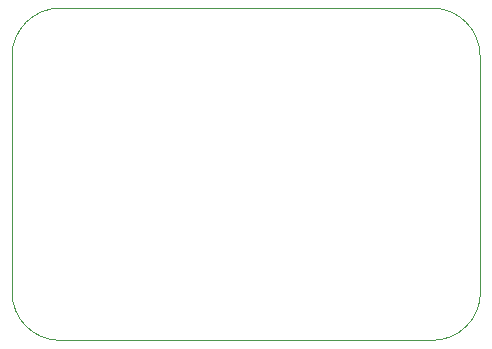
<source format=gbr>
G04 #@! TF.GenerationSoftware,KiCad,Pcbnew,(5.1.5)-3*
G04 #@! TF.CreationDate,2021-03-16T03:35:26-05:00*
G04 #@! TF.ProjectId,InputBoard,496e7075-7442-46f6-9172-642e6b696361,rev?*
G04 #@! TF.SameCoordinates,Original*
G04 #@! TF.FileFunction,Profile,NP*
%FSLAX46Y46*%
G04 Gerber Fmt 4.6, Leading zero omitted, Abs format (unit mm)*
G04 Created by KiCad (PCBNEW (5.1.5)-3) date 2021-03-16 03:35:26*
%MOMM*%
%LPD*%
G04 APERTURE LIST*
%ADD10C,0.050000*%
G04 APERTURE END LIST*
D10*
X132588000Y-110680500D02*
X132588000Y-90678000D01*
X136652000Y-114744500D02*
G75*
G02X132588000Y-110680500I0J4064000D01*
G01*
X168153080Y-114744500D02*
X136652000Y-114744500D01*
X172217080Y-90678000D02*
X172250164Y-110670340D01*
X172250164Y-110670340D02*
G75*
G02X168153080Y-114744500I-4074224J0D01*
G01*
X168153080Y-86614000D02*
X136652000Y-86614000D01*
X132588000Y-90678000D02*
G75*
G02X136652000Y-86614000I4064000J0D01*
G01*
X168153080Y-86614000D02*
G75*
G02X172217080Y-90678000I0J-4064000D01*
G01*
M02*

</source>
